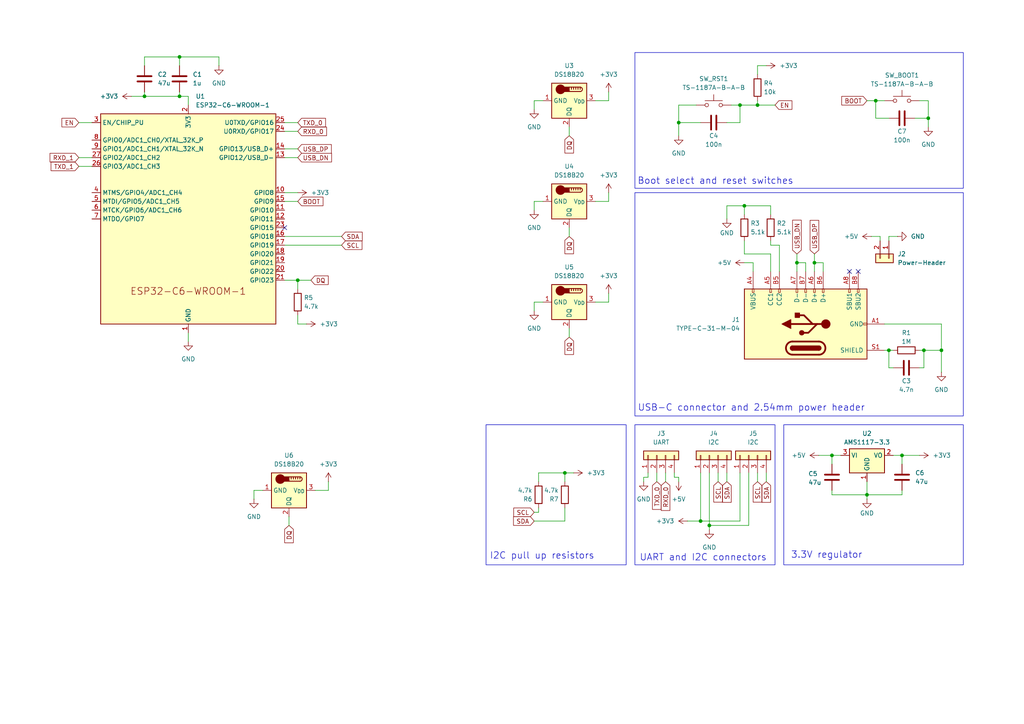
<source format=kicad_sch>
(kicad_sch (version 20250114) (generator "eeschema") (generator_version "9.0")
  (paper "A4")
  (lib_symbols
    (symbol "Connector:USB_C_Receptacle_USB2.0_16P" (pin_names (offset 1.016))
      (property "Reference" "J" (at 0 22.225 0))
      (property "Value" "USB_C_Receptacle_USB2.0_16P" (at 0 19.685 0))
      (symbol "USB_C_Receptacle_USB2.0_16P_0_0"
        (rectangle (start -0.254 -17.78) (end 0.254 -16.764))
        (rectangle (start 10.16 15.494) (end 9.144 14.986))
        (rectangle (start 10.16 10.414) (end 9.144 9.906))
        (rectangle (start 10.16 7.874) (end 9.144 7.366))
        (rectangle (start 10.16 2.794) (end 9.144 2.286))
        (rectangle (start 10.16 0.254) (end 9.144 -0.254))
        (rectangle (start 10.16 -2.286) (end 9.144 -2.794))
        (rectangle (start 10.16 -4.826) (end 9.144 -5.334))
        (rectangle (start 10.16 -12.446) (end 9.144 -12.954))
        (rectangle (start 10.16 -14.986) (end 9.144 -15.494))
      )
      (symbol "USB_C_Receptacle_USB2.0_16P_0_1"
        (rectangle (start -10.16 17.78) (end 10.16 -17.78) (stroke (width 0.254)) (fill (type background)))
        (polyline (pts (xy -8.89 -3.81) (xy -8.89 3.81)) (stroke (width 0.508)))
        (rectangle (start -7.62 -3.81) (end -6.35 3.81) (stroke (width 0.254)) (fill (type outline)))
        (arc (start -7.62 3.81) (mid -6.985 4.4423) (end -6.35 3.81) (stroke (width 0.254)))
        (arc (start -7.62 3.81) (mid -6.985 4.4423) (end -6.35 3.81) (stroke (width 0.254)) (fill (type outline)))
        (arc (start -8.89 3.81) (mid -6.985 5.7067) (end -5.08 3.81) (stroke (width 0.508)))
        (arc (start -5.08 -3.81) (mid -6.985 -5.7067) (end -8.89 -3.81) (stroke (width 0.508)))
        (arc (start -6.35 -3.81) (mid -6.985 -4.4423) (end -7.62 -3.81) (stroke (width 0.254)))
        (arc (start -6.35 -3.81) (mid -6.985 -4.4423) (end -7.62 -3.81) (stroke (width 0.254)) (fill (type outline)))
        (polyline (pts (xy -5.08 3.81) (xy -5.08 -3.81)) (stroke (width 0.508)))
        (circle (center -2.54 1.143) (radius 0.635) (stroke (width 0.254)) (fill (type outline)))
        (polyline (pts (xy -1.27 4.318) (xy 0 6.858) (xy 1.27 4.318) (xy -1.27 4.318)) (stroke (width 0.254)) (fill (type outline)))
        (polyline (pts (xy 0 -2.032) (xy 2.54 0.508) (xy 2.54 1.778)) (stroke (width 0.508)))
        (polyline (pts (xy 0 -3.302) (xy -2.54 -0.762) (xy -2.54 0.508)) (stroke (width 0.508)))
        (polyline (pts (xy 0 -5.842) (xy 0 4.318)) (stroke (width 0.508)))
        (circle (center 0 -5.842) (radius 1.27) (fill (type outline)))
        (rectangle (start 1.905 1.778) (end 3.175 3.048) (stroke (width 0.254)) (fill (type outline)))
      )
      (symbol "USB_C_Receptacle_USB2.0_16P_1_1"
        (pin passive line (at -7.62 -22.86 90) (length 5.08) (name "SHIELD") (number "S1"))
        (pin passive line (at 0 -22.86 90) (length 5.08) (name "GND") (number "A1"))
        (pin passive line (at 0 -22.86 90) (length 5.08) (hide yes) (name "GND") (number "A12"))
        (pin passive line (at 0 -22.86 90) (length 5.08) (hide yes) (name "GND") (number "B1"))
        (pin passive line (at 0 -22.86 90) (length 5.08) (hide yes) (name "GND") (number "B12"))
        (pin passive line (at 15.24 15.24 180) (length 5.08) (name "VBUS") (number "A4"))
        (pin passive line (at 15.24 15.24 180) (length 5.08) (hide yes) (name "VBUS") (number "A9"))
        (pin passive line (at 15.24 15.24 180) (length 5.08) (hide yes) (name "VBUS") (number "B4"))
        (pin passive line (at 15.24 15.24 180) (length 5.08) (hide yes) (name "VBUS") (number "B9"))
        (pin bidirectional line (at 15.24 10.16 180) (length 5.08) (name "CC1") (number "A5"))
        (pin bidirectional line (at 15.24 7.62 180) (length 5.08) (name "CC2") (number "B5"))
        (pin bidirectional line (at 15.24 2.54 180) (length 5.08) (name "D-") (number "A7"))
        (pin bidirectional line (at 15.24 0 180) (length 5.08) (name "D-") (number "B7"))
        (pin bidirectional line (at 15.24 -2.54 180) (length 5.08) (name "D+") (number "A6"))
        (pin bidirectional line (at 15.24 -5.08 180) (length 5.08) (name "D+") (number "B6"))
        (pin bidirectional line (at 15.24 -12.7 180) (length 5.08) (name "SBU1") (number "A8"))
        (pin bidirectional line (at 15.24 -15.24 180) (length 5.08) (name "SBU2") (number "B8"))
      )
    )
    (symbol "Connector_Generic:Conn_01x02" (pin_names (offset 1.016) (hide yes))
      (property "Reference" "J" (at 0 2.54 0))
      (property "Value" "Conn_01x02" (at 0 -5.08 0))
      (symbol "Conn_01x02_1_1"
        (rectangle (start -1.27 1.27) (end 1.27 -3.81) (stroke (width 0.254)) (fill (type background)))
        (rectangle (start -1.27 0.127) (end 0 -0.127) (stroke (width 0.1524)))
        (rectangle (start -1.27 -2.413) (end 0 -2.667) (stroke (width 0.1524)))
        (pin passive line (at -5.08 0 0) (length 3.81) (name "Pin_1") (number "1"))
        (pin passive line (at -5.08 -2.54 0) (length 3.81) (name "Pin_2") (number "2"))
      )
    )
    (symbol "Connector_Generic:Conn_01x04" (pin_names (offset 1.016) (hide yes))
      (property "Reference" "J" (at 0 5.08 0))
      (property "Value" "Conn_01x04" (at 0 -7.62 0))
      (symbol "Conn_01x04_1_1"
        (rectangle (start -1.27 3.81) (end 1.27 -6.35) (stroke (width 0.254)) (fill (type background)))
        (rectangle (start -1.27 2.667) (end 0 2.413) (stroke (width 0.1524)))
        (rectangle (start -1.27 0.127) (end 0 -0.127) (stroke (width 0.1524)))
        (rectangle (start -1.27 -2.413) (end 0 -2.667) (stroke (width 0.1524)))
        (rectangle (start -1.27 -4.953) (end 0 -5.207) (stroke (width 0.1524)))
        (pin passive line (at -5.08 2.54 0) (length 3.81) (name "Pin_1") (number "1"))
        (pin passive line (at -5.08 0 0) (length 3.81) (name "Pin_2") (number "2"))
        (pin passive line (at -5.08 -2.54 0) (length 3.81) (name "Pin_3") (number "3"))
        (pin passive line (at -5.08 -5.08 0) (length 3.81) (name "Pin_4") (number "4"))
      )
    )
    (symbol "Device:C" (pin_numbers (hide yes)) (pin_names (offset 0.254))
      (property "Reference" "C" (at 0.635 2.54 0))
      (property "Value" "C" (at 0.635 -2.54 0))
      (symbol "C_0_1"
        (polyline (pts (xy -2.032 0.762) (xy 2.032 0.762)) (stroke (width 0.508)))
        (polyline (pts (xy -2.032 -0.762) (xy 2.032 -0.762)) (stroke (width 0.508)))
      )
      (symbol "C_1_1"
        (pin passive line (at 0 3.81 270) (length 2.794) (name "~") (number "1"))
        (pin passive line (at 0 -3.81 90) (length 2.794) (name "~") (number "2"))
      )
    )
    (symbol "Device:R" (pin_numbers (hide yes)) (pin_names (offset 0))
      (property "Reference" "R" (at 2.032 0 90))
      (property "Value" "R" (at 0 0 90))
      (symbol "R_0_1"
        (rectangle (start -1.016 -2.54) (end 1.016 2.54) (stroke (width 0.254)))
      )
      (symbol "R_1_1"
        (pin passive line (at 0 3.81 270) (length 1.27) (name "~") (number "1"))
        (pin passive line (at 0 -3.81 90) (length 1.27) (name "~") (number "2"))
      )
    )
    (symbol "PCM_Espressif:ESP32-C6-WROOM-1"
      (property "Reference" "U" (at -25.4 35.56 0))
      (property "Value" "ESP32-C6-WROOM-1" (at -25.4 33.02 0))
      (symbol "ESP32-C6-WROOM-1_0_0"
        (text "ESP32-C6-WROOM-1" (at 0 -20.955 0) (effects (font (size 2 2))))
      )
      (symbol "ESP32-C6-WROOM-1_0_1"
        (rectangle (start -25.4 30.48) (end 25.4 -30.48) (stroke (width 0.254)) (fill (type background)))
      )
      (symbol "ESP32-C6-WROOM-1_1_1"
        (pin input line (at -27.94 27.94 0) (length 2.54) (name "EN/CHIP_PU") (number "3"))
        (pin bidirectional line (at -27.94 22.86 0) (length 2.54) (name "GPIO0/ADC1_CH0/XTAL_32K_P") (number "8"))
        (pin bidirectional line (at -27.94 20.32 0) (length 2.54) (name "GPIO1/ADC1_CH1/XTAL_32K_N") (number "9"))
        (pin bidirectional line (at -27.94 17.78 0) (length 2.54) (name "GPIO2/ADC1_CH2") (number "27"))
        (pin bidirectional line (at -27.94 15.24 0) (length 2.54) (name "GPIO3/ADC1_CH3") (number "26"))
        (pin bidirectional line (at -27.94 7.62 0) (length 2.54) (name "MTMS/GPIO4/ADC1_CH4") (number "4"))
        (pin bidirectional line (at -27.94 5.08 0) (length 2.54) (name "MTDI/GPIO5/ADC1_CH5") (number "5"))
        (pin bidirectional line (at -27.94 2.54 0) (length 2.54) (name "MTCK/GPIO6/ADC1_CH6") (number "6"))
        (pin bidirectional line (at -27.94 0 0) (length 2.54) (name "MTDO/GPIO7") (number "7"))
        (pin no_connect line (at -25.4 -12.7 0) (length 2.54) (hide yes) (name "NC") (number "22"))
        (pin power_in line (at 0 33.02 270) (length 2.54) (name "3V3") (number "2"))
        (pin power_in line (at 0 -33.02 90) (length 2.54) (name "GND") (number "1"))
        (pin passive line (at 0 -33.02 90) (length 2.54) (hide yes) (name "GND") (number "28"))
        (pin passive line (at 0 -33.02 90) (length 2.54) (hide yes) (name "GND") (number "29"))
        (pin bidirectional line (at 27.94 27.94 180) (length 2.54) (name "U0TXD/GPIO16") (number "25"))
        (pin bidirectional line (at 27.94 25.4 180) (length 2.54) (name "U0RXD/GPIO17") (number "24"))
        (pin bidirectional line (at 27.94 20.32 180) (length 2.54) (name "GPIO13/USB_D+") (number "14"))
        (pin bidirectional line (at 27.94 17.78 180) (length 2.54) (name "GPIO12/USB_D-") (number "13"))
        (pin bidirectional line (at 27.94 7.62 180) (length 2.54) (name "GPIO8") (number "10"))
        (pin bidirectional line (at 27.94 5.08 180) (length 2.54) (name "GPIO9") (number "15"))
        (pin bidirectional line (at 27.94 2.54 180) (length 2.54) (name "GPIO10") (number "11"))
        (pin bidirectional line (at 27.94 0 180) (length 2.54) (name "GPIO11") (number "12"))
        (pin bidirectional line (at 27.94 -2.54 180) (length 2.54) (name "GPIO15") (number "23"))
        (pin bidirectional line (at 27.94 -5.08 180) (length 2.54) (name "GPIO18") (number "16"))
        (pin bidirectional line (at 27.94 -7.62 180) (length 2.54) (name "GPIO19") (number "17"))
        (pin bidirectional line (at 27.94 -10.16 180) (length 2.54) (name "GPIO20") (number "18"))
        (pin bidirectional line (at 27.94 -12.7 180) (length 2.54) (name "GPIO21") (number "19"))
        (pin bidirectional line (at 27.94 -15.24 180) (length 2.54) (name "GPIO22") (number "20"))
        (pin bidirectional line (at 27.94 -17.78 180) (length 2.54) (name "GPIO23") (number "21"))
      )
    )
    (symbol "Regulator_Linear:AMS1117-3.3"
      (property "Reference" "U" (at -3.81 3.175 0))
      (property "Value" "AMS1117-3.3" (at 0 3.175 0))
      (symbol "AMS1117-3.3_0_1"
        (rectangle (start -5.08 -5.08) (end 5.08 1.905) (stroke (width 0.254)) (fill (type background)))
      )
      (symbol "AMS1117-3.3_1_1"
        (pin power_in line (at -7.62 0 0) (length 2.54) (name "VI") (number "3"))
        (pin power_in line (at 0 -7.62 90) (length 2.54) (name "GND") (number "1"))
        (pin power_out line (at 7.62 0 180) (length 2.54) (name "VO") (number "2"))
      )
    )
    (symbol "Sensor_Temperature:DS18B20"
      (property "Reference" "U" (at -3.81 6.35 0))
      (property "Value" "DS18B20" (at 6.35 6.35 0))
      (symbol "DS18B20_0_1"
        (rectangle (start -5.08 5.08) (end 5.08 -5.08) (stroke (width 0.254)) (fill (type background)))
        (polyline (pts (xy -3.937 3.175) (xy -3.937 0)) (stroke (width 0.254)))
        (polyline (pts (xy -3.937 3.175) (xy -3.302 3.175)) (stroke (width 0.254)))
        (polyline (pts (xy -3.937 2.54) (xy -3.302 2.54)) (stroke (width 0.254)))
        (polyline (pts (xy -3.937 1.905) (xy -3.302 1.905)) (stroke (width 0.254)))
        (polyline (pts (xy -3.937 1.27) (xy -3.302 1.27)) (stroke (width 0.254)))
        (polyline (pts (xy -3.937 0.635) (xy -3.302 0.635)) (stroke (width 0.254)))
        (arc (start -3.937 3.175) (mid -3.302 3.8073) (end -2.667 3.175) (stroke (width 0.254)))
        (circle (center -3.302 -2.54) (radius 1.27) (stroke (width 0.254)) (fill (type outline)))
        (polyline (pts (xy -2.667 3.175) (xy -2.667 0)) (stroke (width 0.254)))
        (rectangle (start -2.667 -1.905) (end -3.937 0) (stroke (width 0.254)) (fill (type outline)))
      )
      (symbol "DS18B20_1_1"
        (pin power_in line (at 0 7.62 270) (length 2.54) (name "V_{DD}") (number "3"))
        (pin power_in line (at 0 -7.62 90) (length 2.54) (name "GND") (number "1"))
        (pin bidirectional line (at 7.62 0 180) (length 2.54) (name "DQ") (number "2"))
      )
    )
    (symbol "Switch:SW_Push" (pin_numbers (hide yes)) (pin_names (offset 1.016) (hide yes))
      (property "Reference" "SW" (at 1.27 2.54 0))
      (property "Value" "SW_Push" (at 0 -1.524 0))
      (symbol "SW_Push_0_1"
        (circle (center -2.032 0) (radius 0.508))
        (polyline (pts (xy 0 1.27) (xy 0 3.048)))
        (circle (center 2.032 0) (radius 0.508))
        (polyline (pts (xy 2.54 1.27) (xy -2.54 1.27)))
        (pin passive line (at -5.08 0 0) (length 2.54) (name "1") (number "1"))
        (pin passive line (at 5.08 0 180) (length 2.54) (name "2") (number "2"))
      )
    )
    (symbol "power:+3V3" (power) (pin_numbers (hide yes)) (pin_names (offset 0) (hide yes))
      (property "Value" "+3V3" (at 0 3.556 0))
      (symbol "+3V3_0_1"
        (polyline (pts (xy -0.762 1.27) (xy 0 2.54)))
        (polyline (pts (xy 0 2.54) (xy 0.762 1.27)))
        (polyline (pts (xy 0 0) (xy 0 2.54)))
      )
      (symbol "+3V3_1_1"
        (pin power_in line (at 0 0 90) (length 0) (name "~") (number "1"))
      )
    )
    (symbol "power:+5V" (power) (pin_numbers (hide yes)) (pin_names (offset 0) (hide yes))
      (property "Value" "+5V" (at 0 3.556 0))
      (symbol "+5V_0_1"
        (polyline (pts (xy -0.762 1.27) (xy 0 2.54)))
        (polyline (pts (xy 0 2.54) (xy 0.762 1.27)))
        (polyline (pts (xy 0 0) (xy 0 2.54)))
      )
      (symbol "+5V_1_1"
        (pin power_in line (at 0 0 90) (length 0) (name "~") (number "1"))
      )
    )
    (symbol "power:GND" (power) (pin_numbers (hide yes)) (pin_names (offset 0) (hide yes))
      (property "Value" "GND" (at 0 -3.81 0))
      (symbol "GND_0_1"
        (polyline (pts (xy 0 0) (xy 0 -1.27) (xy 1.27 -1.27) (xy 0 -2.54) (xy -1.27 -1.27) (xy 0 -1.27)))
      )
      (symbol "GND_1_1"
        (pin power_in line (at 0 0 270) (length 0) (name "~") (number "1"))
      )
    )
  )
  (rectangle (start 140.97 123.19) (end 181.61 163.83))
  (rectangle (start 184.15 55.88) (end 279.4 120.65))
  (rectangle (start 184.15 123.19) (end 224.79 163.83))
  (rectangle (start 227.33 123.19) (end 279.4 163.83))
  (rectangle (start 184.15 15.24) (end 279.4 54.61))
  (text "USB-C connector and 2.54mm power header" (at 217.932 118.364 0) (effects (font (size 1.905 1.905))))
  (text "I2C pull up resistors\n" (at 157.226 161.29 0) (effects (font (size 1.905 1.905))))
  (text "3.3V regulator" (at 239.776 161.036 0) (effects (font (size 1.905 1.905))))
  (text "UART and I2C connectors\n" (at 203.962 161.798 0) (effects (font (size 1.905 1.905))))
  (text "Boot select and reset switches" (at 207.518 52.578 0) (effects (font (size 1.905 1.905))))
  (junction (at 261.62 132.08))
  (junction (at 86.36 81.28))
  (junction (at 203.2 151.13))
  (junction (at 41.91 27.94))
  (junction (at 163.83 137.16))
  (junction (at 214.63 30.48))
  (junction (at 215.9 59.69))
  (junction (at 52.07 16.51))
  (junction (at 273.05 101.6))
  (junction (at 196.85 35.56))
  (junction (at 269.24 34.29))
  (junction (at 219.71 30.48))
  (junction (at 52.07 27.94))
  (junction (at 231.14 76.2))
  (junction (at 205.74 152.4))
  (junction (at 254 29.21))
  (junction (at 267.97 101.6))
  (junction (at 257.81 101.6))
  (junction (at 241.3 132.08))
  (junction (at 251.46 143.51))
  (junction (at 236.22 76.2))
  (no_connect (at 248.92 78.74))
  (no_connect (at 82.55 66.04))
  (no_connect (at 246.38 78.74))
  (wire (pts (xy 223.52 78.74) (xy 223.52 73.66)))
  (wire (pts (xy 233.68 78.74) (xy 233.68 76.2)))
  (wire (pts (xy 82.55 81.28) (xy 86.36 81.28)))
  (wire (pts (xy 254 29.21) (xy 254 34.29)))
  (wire (pts (xy 238.76 78.74) (xy 238.76 76.2)))
  (wire (pts (xy 251.46 143.51) (xy 251.46 144.78)))
  (wire (pts (xy 273.05 93.98) (xy 273.05 101.6)))
  (wire (pts (xy 38.1 27.94) (xy 41.91 27.94)))
  (wire (pts (xy 257.81 101.6) (xy 257.81 106.68)))
  (wire (pts (xy 172.72 29.21) (xy 176.53 29.21)))
  (wire (pts (xy 219.71 137.16) (xy 219.71 139.7)))
  (wire (pts (xy 82.55 38.1) (xy 86.36 38.1)))
  (wire (pts (xy 255.27 69.85) (xy 255.27 68.58)))
  (wire (pts (xy 210.82 137.16) (xy 210.82 139.7)))
  (wire (pts (xy 205.74 137.16) (xy 205.74 152.4)))
  (wire (pts (xy 82.55 71.12) (xy 99.06 71.12)))
  (wire (pts (xy 190.5 137.16) (xy 190.5 139.7)))
  (wire (pts (xy 251.46 29.21) (xy 254 29.21)))
  (wire (pts (xy 52.07 26.67) (xy 52.07 27.94)))
  (wire (pts (xy 82.55 58.42) (xy 86.36 58.42)))
  (wire (pts (xy 205.74 152.4) (xy 205.74 153.67)))
  (wire (pts (xy 261.62 132.08) (xy 266.7 132.08)))
  (wire (pts (xy 241.3 132.08) (xy 243.84 132.08)))
  (wire (pts (xy 73.66 142.24) (xy 76.2 142.24)))
  (wire (pts (xy 214.63 30.48) (xy 219.71 30.48)))
  (wire (pts (xy 22.86 48.26) (xy 26.67 48.26)))
  (wire (pts (xy 73.66 144.78) (xy 73.66 142.24)))
  (wire (pts (xy 215.9 73.66) (xy 215.9 69.85)))
  (wire (pts (xy 214.63 137.16) (xy 214.63 151.13)))
  (wire (pts (xy 63.5 16.51) (xy 63.5 19.05)))
  (wire (pts (xy 41.91 27.94) (xy 52.07 27.94)))
  (wire (pts (xy 154.94 31.75) (xy 154.94 29.21)))
  (wire (pts (xy 236.22 76.2) (xy 238.76 76.2)))
  (wire (pts (xy 163.83 137.16) (xy 163.83 139.7)))
  (wire (pts (xy 251.46 143.51) (xy 261.62 143.51)))
  (wire (pts (xy 266.7 106.68) (xy 267.97 106.68)))
  (wire (pts (xy 223.52 59.69) (xy 223.52 62.23)))
  (wire (pts (xy 256.54 93.98) (xy 273.05 93.98)))
  (wire (pts (xy 165.1 95.25) (xy 165.1 97.79)))
  (wire (pts (xy 199.39 151.13) (xy 203.2 151.13)))
  (wire (pts (xy 266.7 101.6) (xy 267.97 101.6)))
  (wire (pts (xy 252.73 68.58) (xy 255.27 68.58)))
  (wire (pts (xy 217.17 152.4) (xy 205.74 152.4)))
  (wire (pts (xy 154.94 151.13) (xy 163.83 151.13)))
  (wire (pts (xy 223.52 73.66) (xy 215.9 73.66)))
  (wire (pts (xy 166.37 137.16) (xy 163.83 137.16)))
  (wire (pts (xy 241.3 143.51) (xy 251.46 143.51)))
  (wire (pts (xy 231.14 76.2) (xy 231.14 78.74)))
  (wire (pts (xy 176.53 58.42) (xy 176.53 55.88)))
  (wire (pts (xy 165.1 36.83) (xy 165.1 39.37)))
  (wire (pts (xy 86.36 93.98) (xy 86.36 91.44)))
  (wire (pts (xy 86.36 81.28) (xy 86.36 83.82)))
  (wire (pts (xy 219.71 29.21) (xy 219.71 30.48)))
  (wire (pts (xy 261.62 134.62) (xy 261.62 132.08)))
  (wire (pts (xy 222.25 137.16) (xy 222.25 139.7)))
  (wire (pts (xy 165.1 66.04) (xy 165.1 68.58)))
  (wire (pts (xy 269.24 34.29) (xy 269.24 29.21)))
  (wire (pts (xy 82.55 35.56) (xy 86.36 35.56)))
  (wire (pts (xy 176.53 29.21) (xy 176.53 26.67)))
  (wire (pts (xy 231.14 73.66) (xy 231.14 76.2)))
  (wire (pts (xy 95.25 142.24) (xy 95.25 139.7)))
  (wire (pts (xy 22.86 35.56) (xy 26.67 35.56)))
  (wire (pts (xy 52.07 27.94) (xy 54.61 27.94)))
  (wire (pts (xy 251.46 139.7) (xy 251.46 143.51)))
  (wire (pts (xy 196.85 138.43) (xy 195.58 138.43)))
  (wire (pts (xy 154.94 148.59) (xy 156.21 148.59)))
  (wire (pts (xy 265.43 34.29) (xy 269.24 34.29)))
  (wire (pts (xy 273.05 101.6) (xy 273.05 107.95)))
  (wire (pts (xy 210.82 63.5) (xy 210.82 59.69)))
  (wire (pts (xy 223.52 71.12) (xy 226.06 71.12)))
  (wire (pts (xy 267.97 106.68) (xy 267.97 101.6)))
  (wire (pts (xy 237.49 132.08) (xy 241.3 132.08)))
  (wire (pts (xy 269.24 34.29) (xy 269.24 36.83)))
  (wire (pts (xy 218.44 78.74) (xy 218.44 76.2)))
  (wire (pts (xy 219.71 19.05) (xy 222.25 19.05)))
  (wire (pts (xy 195.58 138.43) (xy 195.58 137.16)))
  (wire (pts (xy 223.52 69.85) (xy 223.52 71.12)))
  (wire (pts (xy 82.55 68.58) (xy 99.06 68.58)))
  (wire (pts (xy 156.21 139.7) (xy 156.21 137.16)))
  (wire (pts (xy 82.55 55.88) (xy 86.36 55.88)))
  (wire (pts (xy 156.21 148.59) (xy 156.21 147.32)))
  (wire (pts (xy 82.55 43.18) (xy 86.36 43.18)))
  (wire (pts (xy 226.06 71.12) (xy 226.06 78.74)))
  (wire (pts (xy 261.62 142.24) (xy 261.62 143.51)))
  (wire (pts (xy 88.9 93.98) (xy 86.36 93.98)))
  (wire (pts (xy 41.91 19.05) (xy 41.91 16.51)))
  (wire (pts (xy 257.81 101.6) (xy 259.08 101.6)))
  (wire (pts (xy 196.85 30.48) (xy 196.85 35.56)))
  (wire (pts (xy 172.72 58.42) (xy 176.53 58.42)))
  (wire (pts (xy 186.69 138.43) (xy 187.96 138.43)))
  (wire (pts (xy 215.9 59.69) (xy 215.9 62.23)))
  (wire (pts (xy 186.69 138.43) (xy 186.69 139.7)))
  (wire (pts (xy 257.81 69.85) (xy 257.81 68.58)))
  (wire (pts (xy 163.83 151.13) (xy 163.83 147.32)))
  (wire (pts (xy 219.71 21.59) (xy 219.71 19.05)))
  (wire (pts (xy 54.61 30.48) (xy 54.61 27.94)))
  (wire (pts (xy 52.07 16.51) (xy 52.07 19.05)))
  (wire (pts (xy 154.94 58.42) (xy 157.48 58.42)))
  (wire (pts (xy 156.21 137.16) (xy 163.83 137.16)))
  (wire (pts (xy 201.93 30.48) (xy 196.85 30.48)))
  (wire (pts (xy 82.55 45.72) (xy 86.36 45.72)))
  (wire (pts (xy 83.82 149.86) (xy 83.82 152.4)))
  (wire (pts (xy 257.81 106.68) (xy 259.08 106.68)))
  (wire (pts (xy 41.91 16.51) (xy 52.07 16.51)))
  (wire (pts (xy 217.17 137.16) (xy 217.17 152.4)))
  (wire (pts (xy 54.61 96.52) (xy 54.61 99.06)))
  (wire (pts (xy 214.63 35.56) (xy 214.63 30.48)))
  (wire (pts (xy 193.04 137.16) (xy 193.04 139.7)))
  (wire (pts (xy 210.82 59.69) (xy 215.9 59.69)))
  (wire (pts (xy 208.28 137.16) (xy 208.28 139.7)))
  (wire (pts (xy 212.09 30.48) (xy 214.63 30.48)))
  (wire (pts (xy 267.97 101.6) (xy 273.05 101.6)))
  (wire (pts (xy 215.9 59.69) (xy 223.52 59.69)))
  (wire (pts (xy 236.22 73.66) (xy 236.22 76.2)))
  (wire (pts (xy 203.2 151.13) (xy 203.2 137.16)))
  (wire (pts (xy 22.86 45.72) (xy 26.67 45.72)))
  (wire (pts (xy 236.22 76.2) (xy 236.22 78.74)))
  (wire (pts (xy 241.3 134.62) (xy 241.3 132.08)))
  (wire (pts (xy 172.72 87.63) (xy 176.53 87.63)))
  (wire (pts (xy 196.85 35.56) (xy 196.85 39.37)))
  (wire (pts (xy 196.85 138.43) (xy 196.85 139.7)))
  (wire (pts (xy 210.82 35.56) (xy 214.63 35.56)))
  (wire (pts (xy 86.36 81.28) (xy 90.17 81.28)))
  (wire (pts (xy 261.62 132.08) (xy 259.08 132.08)))
  (wire (pts (xy 266.7 29.21) (xy 269.24 29.21)))
  (wire (pts (xy 254 29.21) (xy 256.54 29.21)))
  (wire (pts (xy 203.2 35.56) (xy 196.85 35.56)))
  (wire (pts (xy 91.44 142.24) (xy 95.25 142.24)))
  (wire (pts (xy 52.07 16.51) (xy 63.5 16.51)))
  (wire (pts (xy 257.81 68.58) (xy 260.35 68.58)))
  (wire (pts (xy 41.91 27.94) (xy 41.91 26.67)))
  (wire (pts (xy 154.94 60.96) (xy 154.94 58.42)))
  (wire (pts (xy 218.44 76.2) (xy 215.9 76.2)))
  (wire (pts (xy 219.71 30.48) (xy 224.79 30.48)))
  (wire (pts (xy 231.14 76.2) (xy 233.68 76.2)))
  (wire (pts (xy 214.63 151.13) (xy 203.2 151.13)))
  (wire (pts (xy 154.94 87.63) (xy 157.48 87.63)))
  (wire (pts (xy 257.81 34.29) (xy 254 34.29)))
  (wire (pts (xy 154.94 29.21) (xy 157.48 29.21)))
  (wire (pts (xy 256.54 101.6) (xy 257.81 101.6)))
  (wire (pts (xy 241.3 142.24) (xy 241.3 143.51)))
  (wire (pts (xy 154.94 90.17) (xy 154.94 87.63)))
  (wire (pts (xy 176.53 87.63) (xy 176.53 85.09)))
  (wire (pts (xy 187.96 138.43) (xy 187.96 137.16)))
  (global_label "DQ" (shape input) (at 90.17 81.28 0) (property "Intersheetrefs" "${INTERSHEET_REFS}" (effects (hide yes))))
  (global_label "TXD_0" (shape input) (at 86.36 35.56 0) (property "Intersheetrefs" "${INTERSHEET_REFS}" (effects (hide yes))))
  (global_label "DQ" (shape input) (at 165.1 97.79 270) (property "Intersheetrefs" "${INTERSHEET_REFS}" (effects (hide yes))))
  (global_label "USB_DN" (shape input) (at 231.14 73.66 90) (property "Intersheetrefs" "${INTERSHEET_REFS}" (effects (hide yes))))
  (global_label "RXD_1" (shape input) (at 22.86 45.72 180) (property "Intersheetrefs" "${INTERSHEET_REFS}" (effects (hide yes))))
  (global_label "SDA" (shape input) (at 222.25 139.7 270) (property "Intersheetrefs" "${INTERSHEET_REFS}" (effects (hide yes))))
  (global_label "RXD_0" (shape input) (at 193.04 139.7 270) (property "Intersheetrefs" "${INTERSHEET_REFS}" (effects (hide yes))))
  (global_label "RXD_0" (shape input) (at 86.36 38.1 0) (property "Intersheetrefs" "${INTERSHEET_REFS}" (effects (hide yes))))
  (global_label "SDA" (shape input) (at 154.94 151.13 180) (property "Intersheetrefs" "${INTERSHEET_REFS}" (effects (hide yes))))
  (global_label "USB_DP" (shape input) (at 236.22 73.66 90) (property "Intersheetrefs" "${INTERSHEET_REFS}" (effects (hide yes))))
  (global_label "BOOT" (shape input) (at 86.36 58.42 0) (property "Intersheetrefs" "${INTERSHEET_REFS}" (effects (hide yes))))
  (global_label "SCL" (shape input) (at 208.28 139.7 270) (property "Intersheetrefs" "${INTERSHEET_REFS}" (effects (hide yes))))
  (global_label "TXD_0" (shape input) (at 190.5 139.7 270) (property "Intersheetrefs" "${INTERSHEET_REFS}" (effects (hide yes))))
  (global_label "SCL" (shape input) (at 219.71 139.7 270) (property "Intersheetrefs" "${INTERSHEET_REFS}" (effects (hide yes))))
  (global_label "SCL" (shape input) (at 154.94 148.59 180) (property "Intersheetrefs" "${INTERSHEET_REFS}" (effects (hide yes))))
  (global_label "BOOT" (shape input) (at 251.46 29.21 180) (property "Intersheetrefs" "${INTERSHEET_REFS}" (effects (hide yes))))
  (global_label "SDA" (shape input) (at 99.06 68.58 0) (property "Intersheetrefs" "${INTERSHEET_REFS}" (effects (hide yes))))
  (global_label "USB_DN" (shape input) (at 86.36 45.72 0) (property "Intersheetrefs" "${INTERSHEET_REFS}" (effects (hide yes))))
  (global_label "USB_DP" (shape input) (at 86.36 43.18 0) (property "Intersheetrefs" "${INTERSHEET_REFS}" (effects (hide yes))))
  (global_label "EN" (shape input) (at 22.86 35.56 180) (property "Intersheetrefs" "${INTERSHEET_REFS}" (effects (hide yes))))
  (global_label "SDA" (shape input) (at 210.82 139.7 270) (property "Intersheetrefs" "${INTERSHEET_REFS}" (effects (hide yes))))
  (global_label "TXD_1" (shape input) (at 22.86 48.26 180) (property "Intersheetrefs" "${INTERSHEET_REFS}" (effects (hide yes))))
  (global_label "DQ" (shape input) (at 165.1 39.37 270) (property "Intersheetrefs" "${INTERSHEET_REFS}" (effects (hide yes))))
  (global_label "DQ" (shape input) (at 165.1 68.58 270) (property "Intersheetrefs" "${INTERSHEET_REFS}" (effects (hide yes))))
  (global_label "DQ" (shape input) (at 83.82 152.4 270) (property "Intersheetrefs" "${INTERSHEET_REFS}" (effects (hide yes))))
  (global_label "EN" (shape input) (at 224.79 30.48 0) (property "Intersheetrefs" "${INTERSHEET_REFS}" (effects (hide yes))))
  (global_label "SCL" (shape input) (at 99.06 71.12 0) (property "Intersheetrefs" "${INTERSHEET_REFS}" (effects (hide yes))))
  (symbol (lib_id "power:GND") (at 210.82 63.5 0) (unit 1)
    (property "Reference" "#PWR04" (effects (hide yes)))
    (property "Value" "GND" (at 210.82 67.564 0))
    (property "Description" "Power symbol creates a global label with name \"GND\" , ground" (effects (hide yes)))
  )
  (symbol (lib_id "power:+5V") (at 196.85 139.7 180) (unit 1)
    (property "Reference" "#PWR026" (effects (hide yes)))
    (property "Value" "+5V" (at 196.85 144.78 0))
    (property "Description" "Power symbol creates a global label with name \"+5V\"" (effects (hide yes)))
  )
  (symbol (lib_id "Device:C") (at 41.91 22.86 0) (unit 1)
    (property "Reference" "C2" (at 45.72 21.5899 0) (effects (justify left)))
    (property "Value" "47u" (at 45.72 24.1299 0) (effects (justify left)))
    (property "Footprint" "Capacitor_SMD:C_0805_2012Metric" (effects (hide yes)))
    (property "Description" "Unpolarized capacitor" (effects (hide yes)))
    (property "MFR" "CL21A476MQYNNNE" (effects (hide yes)))
  )
  (symbol (lib_id "power:+3V3") (at 176.53 55.88 0) (unit 1)
    (property "Reference" "#PWR019" (effects (hide yes)))
    (property "Value" "+3V3" (at 176.53 50.8 0))
    (property "Description" "Power symbol creates a global label with name \"+3V3\"" (effects (hide yes)))
  )
  (symbol (lib_id "power:+3V3") (at 88.9 93.98 270) (unit 1)
    (property "Reference" "#PWR024" (effects (hide yes)))
    (property "Value" "+3V3" (at 92.71 93.9799 90) (effects (justify left)))
    (property "Description" "Power symbol creates a global label with name \"+3V3\"" (effects (hide yes)))
  )
  (symbol (lib_id "power:GND") (at 63.5 19.05 0) (unit 1)
    (property "Reference" "#PWR06" (effects (hide yes)))
    (property "Value" "GND" (at 63.5 24.13 0))
    (property "Description" "Power symbol creates a global label with name \"GND\" , ground" (effects (hide yes)))
  )
  (symbol (lib_id "power:+3V3") (at 266.7 132.08 270) (unit 1)
    (property "Reference" "#PWR010" (effects (hide yes)))
    (property "Value" "+3V3" (at 270.51 132.0799 90) (effects (justify left)))
    (property "Description" "Power symbol creates a global label with name \"+3V3\"" (effects (hide yes)))
  )
  (symbol (lib_id "power:GND") (at 154.94 60.96 0) (unit 1)
    (property "Reference" "#PWR018" (effects (hide yes)))
    (property "Value" "GND" (at 154.94 66.04 0))
    (property "Description" "Power symbol creates a global label with name \"GND\" , ground" (effects (hide yes)))
  )
  (symbol (lib_id "power:GND") (at 273.05 107.95 0) (unit 1)
    (property "Reference" "#PWR05" (effects (hide yes)))
    (property "Value" "GND" (at 273.05 113.03 0))
    (property "Description" "Power symbol creates a global label with name \"GND\" , ground" (effects (hide yes)))
  )
  (symbol (lib_id "power:GND") (at 196.85 39.37 0) (unit 1)
    (property "Reference" "#PWR07" (effects (hide yes)))
    (property "Value" "GND" (at 196.85 44.45 0))
    (property "Description" "Power symbol creates a global label with name \"GND\" , ground" (effects (hide yes)))
  )
  (symbol (lib_id "Switch:SW_Push") (at 261.62 29.21 0) (unit 1)
    (property "Reference" "SW_BOOT1" (at 261.62 21.844 0))
    (property "Value" "TS-1187A-B-A-B" (at 261.62 24.384 0))
    (property "Footprint" "Button_Switch_SMD:SW_Push_1P1T_XKB_TS-1187A" (effects (hide yes)))
    (property "Description" "Push button switch, generic, two pins" (effects (hide yes)))
    (property "MFR" "TS-1187A-B-A-B" (effects (hide yes)))
  )
  (symbol (lib_id "Device:R") (at 156.21 143.51 0) (unit 1)
    (property "Reference" "R6" (at 154.432 144.78 0) (effects (justify right)))
    (property "Value" "4.7k" (at 154.432 142.24 0) (effects (justify right)))
    (property "Footprint" "Resistor_SMD:R_0402_1005Metric" (effects (hide yes)))
    (property "Description" "Resistor" (effects (hide yes)))
    (property "MFR" "0402WGF4701TCE" (effects (hide yes)))
  )
  (symbol (lib_id "Device:R") (at 215.9 66.04 180) (unit 1)
    (property "Reference" "R3" (at 217.678 64.77 0) (effects (justify right)))
    (property "Value" "5.1k" (at 217.678 67.31 0) (effects (justify right)))
    (property "Footprint" "Resistor_SMD:R_0402_1005Metric" (effects (hide yes)))
    (property "Description" "Resistor" (effects (hide yes)))
    (property "MFR" "0402WGF5101TCE" (effects (hide yes)))
  )
  (symbol (lib_id "Sensor_Temperature:DS18B20") (at 165.1 29.21 270) (unit 1)
    (property "Reference" "U3" (at 165.1 19.05 90))
    (property "Value" "DS18B20" (at 165.1 21.59 90))
    (property "Footprint" "Package_TO_SOT_THT:TO-92_Inline" (effects (hide yes)))
    (property "Datasheet" "http://datasheets.maximintegrated.com/en/ds/DS18B20.pdf" (effects (hide yes)))
    (property "Description" "Programmable Resolution 1-Wire Digital Thermometer TO-92" (effects (hide yes)))
  )
  (symbol (lib_id "Sensor_Temperature:DS18B20") (at 83.82 142.24 270) (unit 1)
    (property "Reference" "U6" (at 83.82 132.08 90))
    (property "Value" "DS18B20" (at 83.82 134.62 90))
    (property "Footprint" "Package_TO_SOT_THT:TO-92_Inline" (effects (hide yes)))
    (property "Datasheet" "http://datasheets.maximintegrated.com/en/ds/DS18B20.pdf" (effects (hide yes)))
    (property "Description" "Programmable Resolution 1-Wire Digital Thermometer TO-92" (effects (hide yes)))
  )
  (symbol (lib_id "Device:R") (at 86.36 87.63 180) (unit 1)
    (property "Reference" "R5" (at 88.138 86.36 0) (effects (justify right)))
    (property "Value" "4.7k" (at 88.138 88.9 0) (effects (justify right)))
    (property "Footprint" "Resistor_SMD:R_0402_1005Metric" (effects (hide yes)))
    (property "Description" "Resistor" (effects (hide yes)))
    (property "MFR" "0402WGF4701TCE" (effects (hide yes)))
  )
  (symbol (lib_id "PCM_Espressif:ESP32-C6-WROOM-1") (at 54.61 63.5 0) (unit 1)
    (property "Reference" "U1" (at 56.7533 27.94 0) (effects (justify left)))
    (property "Value" "ESP32-C6-WROOM-1" (at 56.7533 30.48 0) (effects (justify left)))
    (property "Footprint" "PCM_Espressif:ESP32-C6-WROOM-1" (effects (hide yes)))
    (property "Datasheet" "https://www.espressif.com/sites/default/files/documentation/esp32-c6-wroom-1_wroom-1u_datasheet_en.pdf" (effects (hide yes)))
    (property "Description" "ESP32-C6-WROOM-1/U is a module that supports 2.4 GHz Wi-Fi 6 (802.11 ax), Bluetooth® 5 (LE), Zigbee and Thread (802.15.4)" (effects (hide yes)))
  )
  (symbol (lib_id "power:+5V") (at 252.73 68.58 90) (unit 1)
    (property "Reference" "#PWR016" (effects (hide yes)))
    (property "Value" "+5V" (at 248.92 68.5799 90) (effects (justify left)))
    (property "Description" "Power symbol creates a global label with name \"+5V\"" (effects (hide yes)))
  )
  (symbol (lib_id "power:GND") (at 186.69 139.7 0) (unit 1)
    (property "Reference" "#PWR025" (effects (hide yes)))
    (property "Value" "GND" (at 186.69 144.78 0))
    (property "Description" "Power symbol creates a global label with name \"GND\" , ground" (effects (hide yes)))
  )
  (symbol (lib_id "Device:C") (at 262.89 106.68 270) (unit 1)
    (property "Reference" "C3" (at 262.89 110.49 90))
    (property "Value" "4.7n" (at 262.89 113.03 90))
    (property "Footprint" "Capacitor_SMD:C_0402_1005Metric" (effects (hide yes)))
    (property "Description" "Unpolarized capacitor" (effects (hide yes)))
    (property "MFR" "0402B472K500NT" (effects (hide yes)))
  )
  (symbol (lib_id "power:+3V3") (at 222.25 19.05 270) (unit 1)
    (property "Reference" "#PWR013" (effects (hide yes)))
    (property "Value" "+3V3" (at 226.06 19.0499 90) (effects (justify left)))
    (property "Description" "Power symbol creates a global label with name \"+3V3\"" (effects (hide yes)))
  )
  (symbol (lib_id "Connector_Generic:Conn_01x04") (at 217.17 132.08 90) (unit 1)
    (property "Reference" "J5" (at 218.44 125.73 90))
    (property "Value" "I2C" (at 218.44 128.27 90))
    (property "Footprint" "Connector_PinHeader_2.54mm:PinHeader_1x04_P2.54mm_Vertical" (effects (hide yes)))
    (property "Description" "Generic connector, single row, 01x04, script generated (kicad-library-utils/schlib/autogen/connector/)" (effects (hide yes)))
  )
  (symbol (lib_id "power:GND") (at 260.35 68.58 90) (unit 1)
    (property "Reference" "#PWR017" (effects (hide yes)))
    (property "Value" "GND" (at 264.16 68.5799 90) (effects (justify right)))
    (property "Description" "Power symbol creates a global label with name \"GND\" , ground" (effects (hide yes)))
  )
  (symbol (lib_id "power:+3V3") (at 38.1 27.94 90) (unit 1)
    (property "Reference" "#PWR02" (effects (hide yes)))
    (property "Value" "+3V3" (at 34.29 27.9399 90) (effects (justify left)))
    (property "Description" "Power symbol creates a global label with name \"+3V3\"" (effects (hide yes)))
  )
  (symbol (lib_id "Device:R") (at 262.89 101.6 270) (unit 1)
    (property "Reference" "R1" (at 262.89 96.52 90))
    (property "Value" "1M" (at 262.89 99.06 90))
    (property "Footprint" "Resistor_SMD:R_0402_1005Metric" (effects (hide yes)))
    (property "Description" "Resistor" (effects (hide yes)))
    (property "MFR" "0402WGF1004TCE" (effects (hide yes)))
  )
  (symbol (lib_id "Device:R") (at 219.71 25.4 180) (unit 1)
    (property "Reference" "R4" (at 221.488 24.13 0) (effects (justify right)))
    (property "Value" "10k" (at 221.488 26.67 0) (effects (justify right)))
    (property "Footprint" "Resistor_SMD:R_0402_1005Metric" (effects (hide yes)))
    (property "Description" "Resistor" (effects (hide yes)))
    (property "MFR" "0402WGF1002TCE" (effects (hide yes)))
  )
  (symbol (lib_id "Regulator_Linear:AMS1117-3.3") (at 251.46 132.08 0) (unit 1)
    (property "Reference" "U2" (at 251.46 125.73 0))
    (property "Value" "AMS1117-3.3" (at 251.46 128.27 0))
    (property "Footprint" "Package_TO_SOT_SMD:SOT-223-3_TabPin2" (effects (hide yes)))
    (property "Datasheet" "http://www.advanced-monolithic.com/pdf/ds1117.pdf" (effects (hide yes)))
    (property "Description" "1A Low Dropout regulator, positive, 3.3V fixed output, SOT-223" (effects (hide yes)))
  )
  (symbol (lib_id "Device:R") (at 223.52 66.04 180) (unit 1)
    (property "Reference" "R2" (at 225.298 64.77 0) (effects (justify right)))
    (property "Value" "5.1k" (at 225.298 67.31 0) (effects (justify right)))
    (property "Footprint" "Resistor_SMD:R_0402_1005Metric" (effects (hide yes)))
    (property "Description" "Resistor" (effects (hide yes)))
    (property "MFR" "0402WGF5101TCE" (effects (hide yes)))
  )
  (symbol (lib_id "power:+5V") (at 215.9 76.2 90) (unit 1)
    (property "Reference" "#PWR03" (effects (hide yes)))
    (property "Value" "+5V" (at 212.09 76.1999 90) (effects (justify left)))
    (property "Description" "Power symbol creates a global label with name \"+5V\"" (effects (hide yes)))
  )
  (symbol (lib_id "Sensor_Temperature:DS18B20") (at 165.1 87.63 270) (unit 1)
    (property "Reference" "U5" (at 165.1 77.47 90))
    (property "Value" "DS18B20" (at 165.1 80.01 90))
    (property "Footprint" "Package_TO_SOT_THT:TO-92_Inline" (effects (hide yes)))
    (property "Datasheet" "http://datasheets.maximintegrated.com/en/ds/DS18B20.pdf" (effects (hide yes)))
    (property "Description" "Programmable Resolution 1-Wire Digital Thermometer TO-92" (effects (hide yes)))
  )
  (symbol (lib_id "Sensor_Temperature:DS18B20") (at 165.1 58.42 270) (unit 1)
    (property "Reference" "U4" (at 165.1 48.26 90))
    (property "Value" "DS18B20" (at 165.1 50.8 90))
    (property "Footprint" "Package_TO_SOT_THT:TO-92_Inline" (effects (hide yes)))
    (property "Datasheet" "http://datasheets.maximintegrated.com/en/ds/DS18B20.pdf" (effects (hide yes)))
    (property "Description" "Programmable Resolution 1-Wire Digital Thermometer TO-92" (effects (hide yes)))
  )
  (symbol (lib_id "power:GND") (at 73.66 144.78 0) (unit 1)
    (property "Reference" "#PWR022" (effects (hide yes)))
    (property "Value" "GND" (at 73.66 149.86 0))
    (property "Description" "Power symbol creates a global label with name \"GND\" , ground" (effects (hide yes)))
  )
  (symbol (lib_id "power:GND") (at 269.24 36.83 0) (unit 1)
    (property "Reference" "#PWR012" (effects (hide yes)))
    (property "Value" "GND" (at 269.24 41.91 0))
    (property "Description" "Power symbol creates a global label with name \"GND\" , ground" (effects (hide yes)))
  )
  (symbol (lib_id "Connector_Generic:Conn_01x02") (at 257.81 74.93 270) (unit 1)
    (property "Reference" "J2" (at 260.35 73.6599 90) (effects (justify left)))
    (property "Value" "Power-Header" (at 260.35 76.1999 90) (effects (justify left)))
    (property "Footprint" "Connector_PinHeader_2.54mm:PinHeader_1x02_P2.54mm_Vertical" (effects (hide yes)))
    (property "Description" "Generic connector, single row, 01x02, script generated (kicad-library-utils/schlib/autogen/connector/)" (effects (hide yes)))
  )
  (symbol (lib_id "Device:C") (at 207.01 35.56 90) (unit 1)
    (property "Reference" "C4" (at 207.01 39.37 90))
    (property "Value" "100n" (at 207.01 41.91 90))
    (property "Footprint" "Capacitor_SMD:C_0402_1005Metric" (effects (hide yes)))
    (property "Description" "Unpolarized capacitor" (effects (hide yes)))
    (property "MFR" "CL05B104KO5NNNC" (effects (hide yes)))
  )
  (symbol (lib_id "power:+3V3") (at 166.37 137.16 270) (unit 1)
    (property "Reference" "#PWR029" (effects (hide yes)))
    (property "Value" "+3V3" (at 170.18 137.1599 90) (effects (justify left)))
    (property "Description" "Power symbol creates a global label with name \"+3V3\"" (effects (hide yes)))
  )
  (symbol (lib_id "power:GND") (at 205.74 153.67 0) (unit 1)
    (property "Reference" "#PWR028" (effects (hide yes)))
    (property "Value" "GND" (at 205.74 158.75 0))
    (property "Description" "Power symbol creates a global label with name \"GND\" , ground" (effects (hide yes)))
  )
  (symbol (lib_id "power:GND") (at 154.94 90.17 0) (unit 1)
    (property "Reference" "#PWR020" (effects (hide yes)))
    (property "Value" "GND" (at 154.94 95.25 0))
    (property "Description" "Power symbol creates a global label with name \"GND\" , ground" (effects (hide yes)))
  )
  (symbol (lib_id "Connector:USB_C_Receptacle_USB2.0_16P") (at 233.68 93.98 90) (unit 1)
    (property "Reference" "J1" (at 214.63 92.7099 90) (effects (justify left)))
    (property "Value" "TYPE-C-31-M-04" (at 214.63 95.2499 90) (effects (justify left)))
    (property "Footprint" "Connector_USB:USB_C_Receptacle_HRO_TYPE-C-31-M-12" (effects (hide yes)))
    (property "Datasheet" "https://www.usb.org/sites/default/files/documents/usb_type-c.zip" (effects (hide yes)))
    (property "Description" "USB 2.0-only 16P Type-C Receptacle connector" (effects (hide yes)))
    (property "MFR" "TYPE-C-31-M-04" (effects (hide yes)))
  )
  (symbol (lib_id "Device:C") (at 261.62 138.43 0) (unit 1)
    (property "Reference" "C6" (at 265.43 137.1599 0) (effects (justify left)))
    (property "Value" "47u" (at 265.43 139.6999 0) (effects (justify left)))
    (property "Footprint" "Capacitor_SMD:C_0805_2012Metric" (effects (hide yes)))
    (property "Description" "Unpolarized capacitor" (effects (hide yes)))
    (property "MFR" "CL21A476MQYNNNE" (effects (hide yes)))
  )
  (symbol (lib_id "Connector_Generic:Conn_01x04") (at 190.5 132.08 90) (unit 1)
    (property "Reference" "J3" (at 191.77 125.73 90))
    (property "Value" "UART" (at 191.77 128.27 90))
    (property "Footprint" "Connector_PinHeader_2.54mm:PinHeader_1x04_P2.54mm_Vertical" (effects (hide yes)))
    (property "Description" "Generic connector, single row, 01x04, script generated (kicad-library-utils/schlib/autogen/connector/)" (effects (hide yes)))
  )
  (symbol (lib_id "power:GND") (at 154.94 31.75 0) (unit 1)
    (property "Reference" "#PWR015" (effects (hide yes)))
    (property "Value" "GND" (at 154.94 36.83 0))
    (property "Description" "Power symbol creates a global label with name \"GND\" , ground" (effects (hide yes)))
  )
  (symbol (lib_id "power:+5V") (at 237.49 132.08 90) (unit 1)
    (property "Reference" "#PWR09" (effects (hide yes)))
    (property "Value" "+5V" (at 233.68 132.0799 90) (effects (justify left)))
    (property "Description" "Power symbol creates a global label with name \"+5V\"" (effects (hide yes)))
  )
  (symbol (lib_id "power:+3V3") (at 86.36 55.88 270) (unit 1)
    (property "Reference" "#PWR011" (effects (hide yes)))
    (property "Value" "+3V3" (at 90.17 55.8799 90) (effects (justify left)))
    (property "Description" "Power symbol creates a global label with name \"+3V3\"" (effects (hide yes)))
  )
  (symbol (lib_id "Device:C") (at 52.07 22.86 0) (unit 1)
    (property "Reference" "C1" (at 55.88 21.5899 0) (effects (justify left)))
    (property "Value" "1u" (at 55.88 24.1299 0) (effects (justify left)))
    (property "Footprint" "Capacitor_SMD:C_0402_1005Metric" (effects (hide yes)))
    (property "Description" "Unpolarized capacitor" (effects (hide yes)))
    (property "MFR" "CL05A105KA5NQNC" (effects (hide yes)))
  )
  (symbol (lib_id "power:+3V3") (at 95.25 139.7 0) (unit 1)
    (property "Reference" "#PWR023" (effects (hide yes)))
    (property "Value" "+3V3" (at 95.25 134.62 0))
    (property "Description" "Power symbol creates a global label with name \"+3V3\"" (effects (hide yes)))
  )
  (symbol (lib_id "power:+3V3") (at 176.53 26.67 0) (unit 1)
    (property "Reference" "#PWR014" (effects (hide yes)))
    (property "Value" "+3V3" (at 176.53 21.59 0))
    (property "Description" "Power symbol creates a global label with name \"+3V3\"" (effects (hide yes)))
  )
  (symbol (lib_id "power:GND") (at 251.46 144.78 0) (unit 1)
    (property "Reference" "#PWR08" (effects (hide yes)))
    (property "Value" "GND" (at 251.46 148.844 0))
    (property "Description" "Power symbol creates a global label with name \"GND\" , ground" (effects (hide yes)))
  )
  (symbol (lib_id "Switch:SW_Push") (at 207.01 30.48 0) (unit 1)
    (property "Reference" "SW_RST1" (at 207.01 22.86 0))
    (property "Value" "TS-1187A-B-A-B" (at 207.01 25.4 0))
    (property "Footprint" "Button_Switch_SMD:SW_Push_1P1T_XKB_TS-1187A" (effects (hide yes)))
    (property "Description" "Push button switch, generic, two pins" (effects (hide yes)))
    (property "MFR" "TS-1187A-B-A-B" (effects (hide yes)))
  )
  (symbol (lib_id "Device:R") (at 163.83 143.51 0) (unit 1)
    (property "Reference" "R7" (at 162.052 144.78 0) (effects (justify right)))
    (property "Value" "4.7k" (at 162.052 142.24 0) (effects (justify right)))
    (property "Footprint" "Resistor_SMD:R_0402_1005Metric" (effects (hide yes)))
    (property "Description" "Resistor" (effects (hide yes)))
    (property "MFR" "0402WGF4701TCE" (effects (hide yes)))
  )
  (symbol (lib_id "Device:C") (at 241.3 138.43 0) (unit 1)
    (property "Reference" "C5" (at 234.442 137.414 0) (effects (justify left)))
    (property "Value" "47u" (at 234.442 139.954 0) (effects (justify left)))
    (property "Footprint" "Capacitor_SMD:C_0805_2012Metric" (effects (hide yes)))
    (property "Description" "Unpolarized capacitor" (effects (hide yes)))
    (property "MFR" "CL21A476MQYNNNE" (effects (hide yes)))
  )
  (symbol (lib_id "power:+3V3") (at 176.53 85.09 0) (unit 1)
    (property "Reference" "#PWR021" (effects (hide yes)))
    (property "Value" "+3V3" (at 176.53 80.01 0))
    (property "Description" "Power symbol creates a global label with name \"+3V3\"" (effects (hide yes)))
  )
  (symbol (lib_id "Connector_Generic:Conn_01x04") (at 205.74 132.08 90) (unit 1)
    (property "Reference" "J4" (at 207.01 125.73 90))
    (property "Value" "I2C" (at 207.01 128.27 90))
    (property "Footprint" "Connector_PinHeader_2.54mm:PinHeader_1x04_P2.54mm_Vertical" (effects (hide yes)))
    (property "Description" "Generic connector, single row, 01x04, script generated (kicad-library-utils/schlib/autogen/connector/)" (effects (hide yes)))
  )
  (symbol (lib_id "Device:C") (at 261.62 34.29 90) (unit 1)
    (property "Reference" "C7" (at 261.62 38.1 90))
    (property "Value" "100n" (at 261.62 40.64 90))
    (property "Footprint" "Capacitor_SMD:C_0402_1005Metric" (effects (hide yes)))
    (property "Description" "Unpolarized capacitor" (effects (hide yes)))
    (property "MFR" "CL05B104KO5NNNC" (effects (hide yes)))
  )
  (symbol (lib_id "power:+3V3") (at 199.39 151.13 90) (unit 1)
    (property "Reference" "#PWR027" (effects (hide yes)))
    (property "Value" "+3V3" (at 195.58 151.1299 90) (effects (justify left)))
    (property "Description" "Power symbol creates a global label with name \"+3V3\"" (effects (hide yes)))
  )
  (symbol (lib_id "power:GND") (at 54.61 99.06 0) (unit 1)
    (property "Reference" "#PWR01" (effects (hide yes)))
    (property "Value" "GND" (at 54.61 104.14 0))
    (property "Description" "Power symbol creates a global label with name \"GND\" , ground" (effects (hide yes)))
  )
)
</source>
